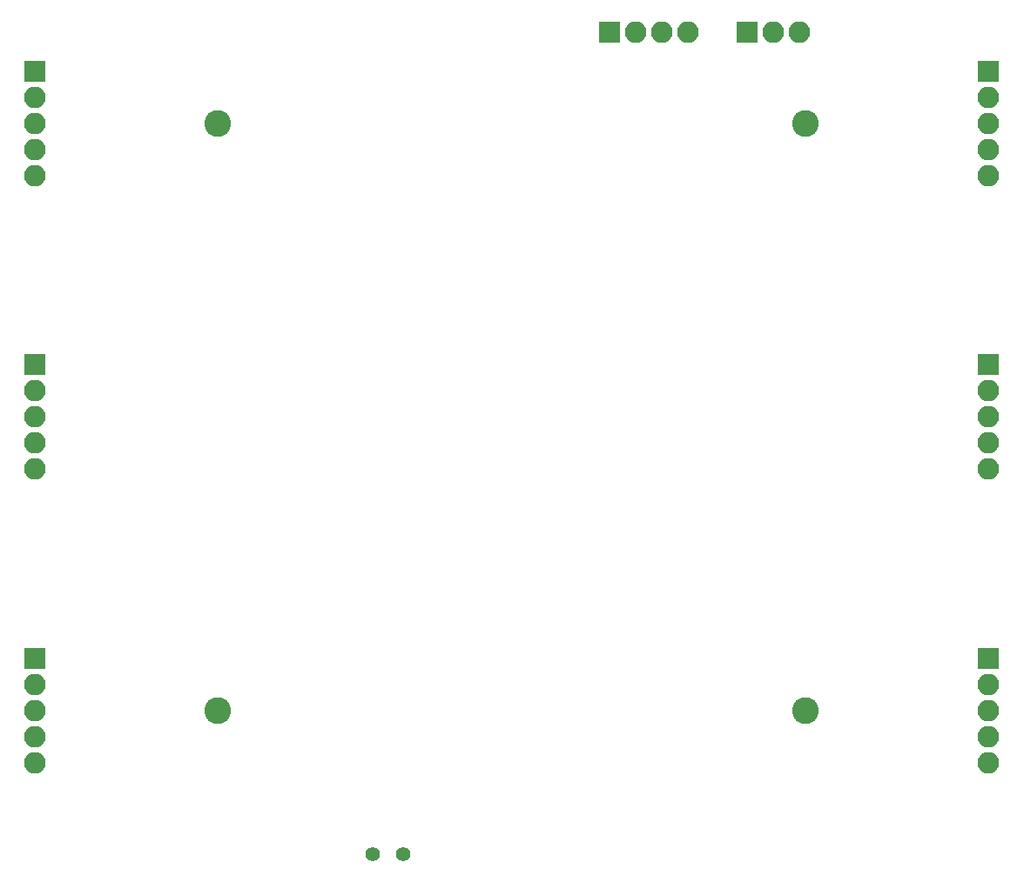
<source format=gbr>
G04 #@! TF.GenerationSoftware,KiCad,Pcbnew,(5.0.0)*
G04 #@! TF.CreationDate,2018-10-27T22:57:51-06:00*
G04 #@! TF.ProjectId,5x5_backpack,3578355F6261636B7061636B2E6B6963,rev?*
G04 #@! TF.SameCoordinates,Original*
G04 #@! TF.FileFunction,Soldermask,Bot*
G04 #@! TF.FilePolarity,Negative*
%FSLAX46Y46*%
G04 Gerber Fmt 4.6, Leading zero omitted, Abs format (unit mm)*
G04 Created by KiCad (PCBNEW (5.0.0)) date 10/27/18 22:57:51*
%MOMM*%
%LPD*%
G01*
G04 APERTURE LIST*
%ADD10R,2.100000X2.100000*%
%ADD11O,2.100000X2.100000*%
%ADD12C,2.600000*%
%ADD13C,1.400000*%
G04 APERTURE END LIST*
D10*
G04 #@! TO.C,J6*
X170180000Y-99695000D03*
D11*
X170180000Y-102235000D03*
X170180000Y-104775000D03*
X170180000Y-107315000D03*
X170180000Y-109855000D03*
G04 #@! TD*
D10*
G04 #@! TO.C,J9*
X133350000Y-67310000D03*
D11*
X135890000Y-67310000D03*
X138430000Y-67310000D03*
X140970000Y-67310000D03*
G04 #@! TD*
D10*
G04 #@! TO.C,J10*
X146685000Y-67310000D03*
D11*
X149225000Y-67310000D03*
X151765000Y-67310000D03*
G04 #@! TD*
D12*
G04 #@! TO.C,J11*
X95250000Y-133350000D03*
G04 #@! TD*
G04 #@! TO.C,J12*
X152400000Y-76200000D03*
G04 #@! TD*
G04 #@! TO.C,J13*
X152400000Y-133350000D03*
G04 #@! TD*
G04 #@! TO.C,J14*
X95250000Y-76200000D03*
G04 #@! TD*
D13*
G04 #@! TO.C,SW1*
X110260000Y-147320000D03*
X113260000Y-147320000D03*
G04 #@! TD*
D11*
G04 #@! TO.C,J1*
X77470000Y-81280000D03*
X77470000Y-78740000D03*
X77470000Y-76200000D03*
X77470000Y-73660000D03*
D10*
X77470000Y-71120000D03*
G04 #@! TD*
G04 #@! TO.C,J2*
X77470000Y-99695000D03*
D11*
X77470000Y-102235000D03*
X77470000Y-104775000D03*
X77470000Y-107315000D03*
X77470000Y-109855000D03*
G04 #@! TD*
D10*
G04 #@! TO.C,J3*
X77470000Y-128270000D03*
D11*
X77470000Y-130810000D03*
X77470000Y-133350000D03*
X77470000Y-135890000D03*
X77470000Y-138430000D03*
G04 #@! TD*
G04 #@! TO.C,J5*
X170180000Y-81280000D03*
X170180000Y-78740000D03*
X170180000Y-76200000D03*
X170180000Y-73660000D03*
D10*
X170180000Y-71120000D03*
G04 #@! TD*
D11*
G04 #@! TO.C,J7*
X170180000Y-138430000D03*
X170180000Y-135890000D03*
X170180000Y-133350000D03*
X170180000Y-130810000D03*
D10*
X170180000Y-128270000D03*
G04 #@! TD*
M02*

</source>
